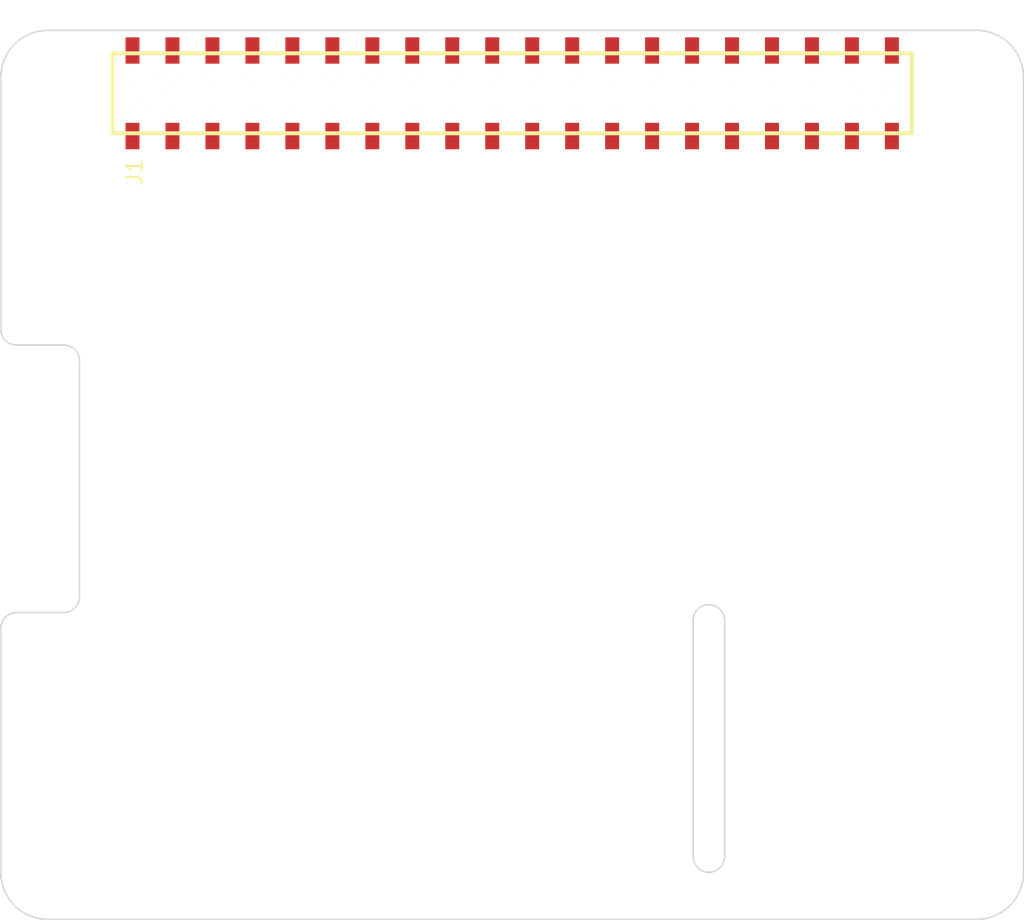
<source format=kicad_pcb>
(kicad_pcb (version 4) (host pcbnew 4.0.0-rc1-stable)

  (general
    (links 0)
    (no_connects 0)
    (area 76.149999 44.399999 141.250001 101.000001)
    (thickness 1.6)
    (drawings 20)
    (tracks 0)
    (zones 0)
    (modules 5)
    (nets 41)
  )

  (page A4)
  (layers
    (0 F.Cu signal)
    (31 B.Cu signal)
    (32 B.Adhes user)
    (33 F.Adhes user)
    (34 B.Paste user)
    (35 F.Paste user)
    (36 B.SilkS user)
    (37 F.SilkS user)
    (38 B.Mask user)
    (39 F.Mask user)
    (40 Dwgs.User user)
    (41 Cmts.User user)
    (42 Eco1.User user)
    (43 Eco2.User user)
    (44 Edge.Cuts user)
    (45 Margin user)
    (46 B.CrtYd user)
    (47 F.CrtYd user)
    (48 B.Fab user)
    (49 F.Fab user)
  )

  (setup
    (last_trace_width 0.25)
    (user_trace_width 0.01)
    (user_trace_width 0.02)
    (user_trace_width 0.05)
    (user_trace_width 0.1)
    (user_trace_width 0.2)
    (trace_clearance 0.2)
    (zone_clearance 0.508)
    (zone_45_only no)
    (trace_min 0.01)
    (segment_width 0.2)
    (edge_width 0.1)
    (via_size 0.6)
    (via_drill 0.4)
    (via_min_size 0.4)
    (via_min_drill 0.3)
    (uvia_size 0.3)
    (uvia_drill 0.1)
    (uvias_allowed no)
    (uvia_min_size 0.2)
    (uvia_min_drill 0.1)
    (pcb_text_width 0.3)
    (pcb_text_size 1.5 1.5)
    (mod_edge_width 0.15)
    (mod_text_size 1 1)
    (mod_text_width 0.15)
    (pad_size 2.75 2.75)
    (pad_drill 2.75)
    (pad_to_mask_clearance 0)
    (aux_axis_origin 0 0)
    (visible_elements 7FFEFFFF)
    (pcbplotparams
      (layerselection 0x00030_80000001)
      (usegerberextensions false)
      (excludeedgelayer true)
      (linewidth 0.100000)
      (plotframeref false)
      (viasonmask false)
      (mode 1)
      (useauxorigin false)
      (hpglpennumber 1)
      (hpglpenspeed 20)
      (hpglpendiameter 15)
      (hpglpenoverlay 2)
      (psnegative false)
      (psa4output false)
      (plotreference true)
      (plotvalue true)
      (plotinvisibletext false)
      (padsonsilk false)
      (subtractmaskfromsilk false)
      (outputformat 1)
      (mirror false)
      (drillshape 0)
      (scaleselection 1)
      (outputdirectory meta/))
  )

  (net 0 "")
  (net 1 "Net-(J1-Pad34)")
  (net 2 "Net-(J1-Pad36)")
  (net 3 "Net-(J1-Pad40)")
  (net 4 "Net-(J1-Pad38)")
  (net 5 "Net-(J1-Pad18)")
  (net 6 "Net-(J1-Pad20)")
  (net 7 "Net-(J1-Pad24)")
  (net 8 "Net-(J1-Pad22)")
  (net 9 "Net-(J1-Pad30)")
  (net 10 "Net-(J1-Pad32)")
  (net 11 "Net-(J1-Pad28)")
  (net 12 "Net-(J1-Pad26)")
  (net 13 "Net-(J1-Pad10)")
  (net 14 "Net-(J1-Pad12)")
  (net 15 "Net-(J1-Pad16)")
  (net 16 "Net-(J1-Pad14)")
  (net 17 "Net-(J1-Pad6)")
  (net 18 "Net-(J1-Pad8)")
  (net 19 "Net-(J1-Pad4)")
  (net 20 "Net-(J1-Pad2)")
  (net 21 "Net-(J1-Pad39)")
  (net 22 "Net-(J1-Pad37)")
  (net 23 "Net-(J1-Pad33)")
  (net 24 "Net-(J1-Pad35)")
  (net 25 "Net-(J1-Pad27)")
  (net 26 "Net-(J1-Pad25)")
  (net 27 "Net-(J1-Pad29)")
  (net 28 "Net-(J1-Pad31)")
  (net 29 "Net-(J1-Pad23)")
  (net 30 "Net-(J1-Pad21)")
  (net 31 "Net-(J1-Pad17)")
  (net 32 "Net-(J1-Pad19)")
  (net 33 "Net-(J1-Pad3)")
  (net 34 "Net-(J1-Pad1)")
  (net 35 "Net-(J1-Pad5)")
  (net 36 "Net-(J1-Pad7)")
  (net 37 "Net-(J1-Pad15)")
  (net 38 "Net-(J1-Pad13)")
  (net 39 "Net-(J1-Pad9)")
  (net 40 "Net-(J1-Pad11)")

  (net_class Default "This is the default net class."
    (clearance 0.2)
    (trace_width 0.25)
    (via_dia 0.6)
    (via_drill 0.4)
    (uvia_dia 0.3)
    (uvia_drill 0.1)
    (add_net "Net-(J1-Pad1)")
    (add_net "Net-(J1-Pad10)")
    (add_net "Net-(J1-Pad11)")
    (add_net "Net-(J1-Pad12)")
    (add_net "Net-(J1-Pad13)")
    (add_net "Net-(J1-Pad14)")
    (add_net "Net-(J1-Pad15)")
    (add_net "Net-(J1-Pad16)")
    (add_net "Net-(J1-Pad17)")
    (add_net "Net-(J1-Pad18)")
    (add_net "Net-(J1-Pad19)")
    (add_net "Net-(J1-Pad2)")
    (add_net "Net-(J1-Pad20)")
    (add_net "Net-(J1-Pad21)")
    (add_net "Net-(J1-Pad22)")
    (add_net "Net-(J1-Pad23)")
    (add_net "Net-(J1-Pad24)")
    (add_net "Net-(J1-Pad25)")
    (add_net "Net-(J1-Pad26)")
    (add_net "Net-(J1-Pad27)")
    (add_net "Net-(J1-Pad28)")
    (add_net "Net-(J1-Pad29)")
    (add_net "Net-(J1-Pad3)")
    (add_net "Net-(J1-Pad30)")
    (add_net "Net-(J1-Pad31)")
    (add_net "Net-(J1-Pad32)")
    (add_net "Net-(J1-Pad33)")
    (add_net "Net-(J1-Pad34)")
    (add_net "Net-(J1-Pad35)")
    (add_net "Net-(J1-Pad36)")
    (add_net "Net-(J1-Pad37)")
    (add_net "Net-(J1-Pad38)")
    (add_net "Net-(J1-Pad39)")
    (add_net "Net-(J1-Pad4)")
    (add_net "Net-(J1-Pad40)")
    (add_net "Net-(J1-Pad5)")
    (add_net "Net-(J1-Pad6)")
    (add_net "Net-(J1-Pad7)")
    (add_net "Net-(J1-Pad8)")
    (add_net "Net-(J1-Pad9)")
  )

  (module RPi_Hat:Samtec_HLE-120-02-XXX-DV-BE-XX-XX locked (layer F.Cu) (tedit 55198B5B) (tstamp 55174A29)
    (at 108.7 48.45 90)
    (path /5515D395/5515D39E)
    (fp_text reference J1 (at -5 -24 90) (layer F.SilkS)
      (effects (font (size 1 1) (thickness 0.15)))
    )
    (fp_text value RPi_GPIO (at 5.08 0 360) (layer F.Fab)
      (effects (font (size 1 1) (thickness 0.15)))
    )
    (fp_line (start 2.54 25.4) (end -2.54 25.4) (layer F.SilkS) (width 0.254))
    (fp_line (start -2.54 25.4) (end -2.54 -25.4) (layer F.SilkS) (width 0.254))
    (fp_line (start -2.54 -25.4) (end 2.54 -25.4) (layer F.SilkS) (width 0.254))
    (fp_line (start 2.54 -25.4) (end 2.54 25.4) (layer F.SilkS) (width 0.254))
    (pad 34 smd rect (at 2.7178 16.51 180) (size 0.889 1.6764) (layers F.Cu F.Paste F.Mask)
      (net 1 "Net-(J1-Pad34)"))
    (pad 36 smd rect (at 2.7178 19.05 180) (size 0.889 1.6764) (layers F.Cu F.Paste F.Mask)
      (net 2 "Net-(J1-Pad36)"))
    (pad 40 smd rect (at 2.7178 24.13 180) (size 0.889 1.6764) (layers F.Cu F.Paste F.Mask)
      (net 3 "Net-(J1-Pad40)"))
    (pad 38 smd rect (at 2.7178 21.59 180) (size 0.889 1.6764) (layers F.Cu F.Paste F.Mask)
      (net 4 "Net-(J1-Pad38)"))
    (pad 18 smd rect (at 2.7178 -3.81 180) (size 0.889 1.6764) (layers F.Cu F.Paste F.Mask)
      (net 5 "Net-(J1-Pad18)"))
    (pad 20 smd rect (at 2.7178 -1.27 180) (size 0.889 1.6764) (layers F.Cu F.Paste F.Mask)
      (net 6 "Net-(J1-Pad20)"))
    (pad 24 smd rect (at 2.7178 3.81 180) (size 0.889 1.6764) (layers F.Cu F.Paste F.Mask)
      (net 7 "Net-(J1-Pad24)"))
    (pad 22 smd rect (at 2.7178 1.27 180) (size 0.889 1.6764) (layers F.Cu F.Paste F.Mask)
      (net 8 "Net-(J1-Pad22)"))
    (pad 30 smd rect (at 2.7178 11.43 180) (size 0.889 1.6764) (layers F.Cu F.Paste F.Mask)
      (net 9 "Net-(J1-Pad30)"))
    (pad 32 smd rect (at 2.7178 13.97 180) (size 0.889 1.6764) (layers F.Cu F.Paste F.Mask)
      (net 10 "Net-(J1-Pad32)"))
    (pad 28 smd rect (at 2.7178 8.89 180) (size 0.889 1.6764) (layers F.Cu F.Paste F.Mask)
      (net 11 "Net-(J1-Pad28)"))
    (pad 26 smd rect (at 2.7178 6.35 180) (size 0.889 1.6764) (layers F.Cu F.Paste F.Mask)
      (net 12 "Net-(J1-Pad26)"))
    (pad 10 smd rect (at 2.7178 -13.97 180) (size 0.889 1.6764) (layers F.Cu F.Paste F.Mask)
      (net 13 "Net-(J1-Pad10)"))
    (pad 12 smd rect (at 2.7178 -11.43 180) (size 0.889 1.6764) (layers F.Cu F.Paste F.Mask)
      (net 14 "Net-(J1-Pad12)"))
    (pad 16 smd rect (at 2.7178 -6.35 180) (size 0.889 1.6764) (layers F.Cu F.Paste F.Mask)
      (net 15 "Net-(J1-Pad16)"))
    (pad 14 smd rect (at 2.7178 -8.89 180) (size 0.889 1.6764) (layers F.Cu F.Paste F.Mask)
      (net 16 "Net-(J1-Pad14)"))
    (pad 6 smd rect (at 2.7178 -19.05 180) (size 0.889 1.6764) (layers F.Cu F.Paste F.Mask)
      (net 17 "Net-(J1-Pad6)"))
    (pad 8 smd rect (at 2.7178 -16.51 180) (size 0.889 1.6764) (layers F.Cu F.Paste F.Mask)
      (net 18 "Net-(J1-Pad8)"))
    (pad 4 smd rect (at 2.7178 -21.59 180) (size 0.889 1.6764) (layers F.Cu F.Paste F.Mask)
      (net 19 "Net-(J1-Pad4)"))
    (pad 2 smd rect (at 2.7178 -24.13 180) (size 0.889 1.6764) (layers F.Cu F.Paste F.Mask)
      (net 20 "Net-(J1-Pad2)"))
    (pad 39 smd rect (at -2.7178 24.13 180) (size 0.889 1.6764) (layers F.Cu F.Paste F.Mask)
      (net 21 "Net-(J1-Pad39)"))
    (pad 37 smd rect (at -2.7178 21.59 180) (size 0.889 1.6764) (layers F.Cu F.Paste F.Mask)
      (net 22 "Net-(J1-Pad37)"))
    (pad 33 smd rect (at -2.7178 16.51 180) (size 0.889 1.6764) (layers F.Cu F.Paste F.Mask)
      (net 23 "Net-(J1-Pad33)"))
    (pad 35 smd rect (at -2.7178 19.05 180) (size 0.889 1.6764) (layers F.Cu F.Paste F.Mask)
      (net 24 "Net-(J1-Pad35)"))
    (pad 27 smd rect (at -2.7178 8.89 180) (size 0.889 1.6764) (layers F.Cu F.Paste F.Mask)
      (net 25 "Net-(J1-Pad27)"))
    (pad 25 smd rect (at -2.7178 6.35 180) (size 0.889 1.6764) (layers F.Cu F.Paste F.Mask)
      (net 26 "Net-(J1-Pad25)"))
    (pad 29 smd rect (at -2.7178 11.43 180) (size 0.889 1.6764) (layers F.Cu F.Paste F.Mask)
      (net 27 "Net-(J1-Pad29)"))
    (pad 31 smd rect (at -2.7178 13.97 180) (size 0.889 1.6764) (layers F.Cu F.Paste F.Mask)
      (net 28 "Net-(J1-Pad31)"))
    (pad 23 smd rect (at -2.7178 3.81 180) (size 0.889 1.6764) (layers F.Cu F.Paste F.Mask)
      (net 29 "Net-(J1-Pad23)"))
    (pad 21 smd rect (at -2.7178 1.27 180) (size 0.889 1.6764) (layers F.Cu F.Paste F.Mask)
      (net 30 "Net-(J1-Pad21)"))
    (pad 17 smd rect (at -2.7178 -3.81 180) (size 0.889 1.6764) (layers F.Cu F.Paste F.Mask)
      (net 31 "Net-(J1-Pad17)"))
    (pad 19 smd rect (at -2.7178 -1.27 180) (size 0.889 1.6764) (layers F.Cu F.Paste F.Mask)
      (net 32 "Net-(J1-Pad19)"))
    (pad 3 smd rect (at -2.7178 -21.59 180) (size 0.889 1.6764) (layers F.Cu F.Paste F.Mask)
      (net 33 "Net-(J1-Pad3)"))
    (pad 1 smd rect (at -2.7178 -24.13 180) (size 0.889 1.6764) (layers F.Cu F.Paste F.Mask)
      (net 34 "Net-(J1-Pad1)"))
    (pad 5 smd rect (at -2.7178 -19.05 180) (size 0.889 1.6764) (layers F.Cu F.Paste F.Mask)
      (net 35 "Net-(J1-Pad5)"))
    (pad 7 smd rect (at -2.7178 -16.51 180) (size 0.889 1.6764) (layers F.Cu F.Paste F.Mask)
      (net 36 "Net-(J1-Pad7)"))
    (pad 15 smd rect (at -2.7178 -6.35 180) (size 0.889 1.6764) (layers F.Cu F.Paste F.Mask)
      (net 37 "Net-(J1-Pad15)"))
    (pad 13 smd rect (at -2.7178 -8.89 180) (size 0.889 1.6764) (layers F.Cu F.Paste F.Mask)
      (net 38 "Net-(J1-Pad13)"))
    (pad "" np_thru_hole circle (at -1.27 3.81) (size 0.9652 0.9652) (drill 0.9652) (layers *.Cu *.Mask F.SilkS))
    (pad "" np_thru_hole circle (at -1.27 1.27) (size 0.9652 0.9652) (drill 0.9652) (layers *.Cu *.Mask F.SilkS))
    (pad "" np_thru_hole circle (at -1.27 6.35) (size 0.9652 0.9652) (drill 0.9652) (layers *.Cu *.Mask F.SilkS))
    (pad "" np_thru_hole circle (at -1.27 8.89) (size 0.9652 0.9652) (drill 0.9652) (layers *.Cu *.Mask F.SilkS))
    (pad "" np_thru_hole circle (at -1.27 19.05) (size 0.9652 0.9652) (drill 0.9652) (layers *.Cu *.Mask F.SilkS))
    (pad "" np_thru_hole circle (at -1.27 16.51) (size 0.9652 0.9652) (drill 0.9652) (layers *.Cu *.Mask F.SilkS))
    (pad "" np_thru_hole circle (at -1.27 11.43) (size 0.9652 0.9652) (drill 0.9652) (layers *.Cu *.Mask F.SilkS))
    (pad "" np_thru_hole circle (at -1.27 13.97) (size 0.9652 0.9652) (drill 0.9652) (layers *.Cu *.Mask F.SilkS))
    (pad "" np_thru_hole circle (at -1.27 21.59) (size 0.9652 0.9652) (drill 0.9652) (layers *.Cu *.Mask F.SilkS))
    (pad "" np_thru_hole circle (at -1.27 24.13) (size 0.9652 0.9652) (drill 0.9652) (layers *.Cu *.Mask F.SilkS))
    (pad "" np_thru_hole circle (at -1.27 -1.27) (size 0.9652 0.9652) (drill 0.9652) (layers *.Cu *.Mask F.SilkS))
    (pad "" np_thru_hole circle (at -1.27 -3.81) (size 0.9652 0.9652) (drill 0.9652) (layers *.Cu *.Mask F.SilkS))
    (pad "" np_thru_hole circle (at -1.27 -11.43) (size 0.9652 0.9652) (drill 0.9652) (layers *.Cu *.Mask F.SilkS))
    (pad "" np_thru_hole circle (at -1.27 -13.97) (size 0.9652 0.9652) (drill 0.9652) (layers *.Cu *.Mask F.SilkS))
    (pad "" np_thru_hole circle (at -1.27 -8.89) (size 0.9652 0.9652) (drill 0.9652) (layers *.Cu *.Mask F.SilkS))
    (pad "" np_thru_hole circle (at -1.27 -6.35) (size 0.9652 0.9652) (drill 0.9652) (layers *.Cu *.Mask F.SilkS))
    (pad "" np_thru_hole circle (at -1.27 -16.51) (size 0.9652 0.9652) (drill 0.9652) (layers *.Cu *.Mask F.SilkS))
    (pad "" np_thru_hole circle (at -1.27 -19.05) (size 0.9652 0.9652) (drill 0.9652) (layers *.Cu *.Mask F.SilkS))
    (pad "" np_thru_hole circle (at -1.27 -24.13) (size 0.9652 0.9652) (drill 0.9652) (layers *.Cu *.Mask F.SilkS))
    (pad "" np_thru_hole circle (at -1.27 -21.59) (size 0.9652 0.9652) (drill 0.9652) (layers *.Cu *.Mask F.SilkS))
    (pad "" np_thru_hole circle (at 1.27 -21.59) (size 0.9652 0.9652) (drill 0.9652) (layers *.Cu *.Mask F.SilkS))
    (pad "" np_thru_hole circle (at 1.27 -24.13) (size 0.9652 0.9652) (drill 0.9652) (layers *.Cu *.Mask F.SilkS))
    (pad "" np_thru_hole circle (at 1.27 -19.05) (size 0.9652 0.9652) (drill 0.9652) (layers *.Cu *.Mask F.SilkS))
    (pad "" np_thru_hole circle (at 1.27 -16.51) (size 0.9652 0.9652) (drill 0.9652) (layers *.Cu *.Mask F.SilkS))
    (pad "" np_thru_hole circle (at 1.27 -6.35) (size 0.9652 0.9652) (drill 0.9652) (layers *.Cu *.Mask F.SilkS))
    (pad "" np_thru_hole circle (at 1.27 -8.89) (size 0.9652 0.9652) (drill 0.9652) (layers *.Cu *.Mask F.SilkS))
    (pad "" np_thru_hole circle (at 1.27 -13.97) (size 0.9652 0.9652) (drill 0.9652) (layers *.Cu *.Mask F.SilkS))
    (pad "" np_thru_hole circle (at 1.27 -11.43) (size 0.9652 0.9652) (drill 0.9652) (layers *.Cu *.Mask F.SilkS))
    (pad "" np_thru_hole circle (at 1.27 -3.81) (size 0.9652 0.9652) (drill 0.9652) (layers *.Cu *.Mask F.SilkS))
    (pad "" np_thru_hole circle (at 1.27 -1.27) (size 0.9652 0.9652) (drill 0.9652) (layers *.Cu *.Mask F.SilkS))
    (pad "" np_thru_hole circle (at 1.27 24.13) (size 0.9652 0.9652) (drill 0.9652) (layers *.Cu *.Mask F.SilkS))
    (pad "" np_thru_hole circle (at 1.27 21.59) (size 0.9652 0.9652) (drill 0.9652) (layers *.Cu *.Mask F.SilkS))
    (pad "" np_thru_hole circle (at 1.27 13.97) (size 0.9652 0.9652) (drill 0.9652) (layers *.Cu *.Mask F.SilkS))
    (pad "" np_thru_hole circle (at 1.27 11.43) (size 0.9652 0.9652) (drill 0.9652) (layers *.Cu *.Mask F.SilkS))
    (pad "" np_thru_hole circle (at 1.27 16.51) (size 0.9652 0.9652) (drill 0.9652) (layers *.Cu *.Mask F.SilkS))
    (pad "" np_thru_hole circle (at 1.27 19.05) (size 0.9652 0.9652) (drill 0.9652) (layers *.Cu *.Mask F.SilkS))
    (pad "" np_thru_hole circle (at 1.27 8.89) (size 0.9652 0.9652) (drill 0.9652) (layers *.Cu *.Mask F.SilkS))
    (pad "" np_thru_hole circle (at 1.27 6.35) (size 0.9652 0.9652) (drill 0.9652) (layers *.Cu *.Mask F.SilkS))
    (pad "" np_thru_hole circle (at 1.27 1.27) (size 0.9652 0.9652) (drill 0.9652) (layers *.Cu *.Mask F.SilkS))
    (pad "" np_thru_hole circle (at 1.27 3.81) (size 0.9652 0.9652) (drill 0.9652) (layers *.Cu *.Mask F.SilkS))
    (pad 9 smd rect (at -2.7178 -13.97 180) (size 0.889 1.6764) (layers F.Cu F.Paste F.Mask)
      (net 39 "Net-(J1-Pad9)"))
    (pad 11 smd rect (at -2.7178 -11.43 180) (size 0.889 1.6764) (layers F.Cu F.Paste F.Mask)
      (net 40 "Net-(J1-Pad11)"))
    (pad "" np_thru_hole circle (at 0 -22.86) (size 1.778 1.778) (drill 1.778) (layers *.Cu *.Mask F.SilkS))
    (pad "" np_thru_hole circle (at 0 22.86) (size 1.778 1.778) (drill 1.778) (layers *.Cu *.Mask F.SilkS))
  )

  (module RPi_Hat:RPi_Hat_Mounting_Hole locked (layer F.Cu) (tedit 55217C7B) (tstamp 5515DEA9)
    (at 137.7 48.45)
    (descr "Mounting hole, Befestigungsbohrung, 2,7mm, No Annular, Kein Restring,")
    (tags "Mounting hole, Befestigungsbohrung, 2,7mm, No Annular, Kein Restring,")
    (fp_text reference "" (at 0 -4.0005) (layer F.SilkS) hide
      (effects (font (size 1 1) (thickness 0.15)))
    )
    (fp_text value "" (at 0.09906 3.59918) (layer F.Fab) hide
      (effects (font (size 1 1) (thickness 0.15)))
    )
    (fp_circle (center 0 0) (end 1.375 0) (layer F.Fab) (width 0.15))
    (fp_circle (center 0 0) (end 3.1 0) (layer F.Fab) (width 0.15))
    (fp_circle (center 0 0) (end 3.1 0) (layer B.Fab) (width 0.15))
    (fp_circle (center 0 0) (end 1.375 0) (layer B.Fab) (width 0.15))
    (fp_circle (center 0 0) (end 3.1 0) (layer F.CrtYd) (width 0.15))
    (fp_circle (center 0 0) (end 3.1 0) (layer B.CrtYd) (width 0.15))
    (pad "" np_thru_hole circle (at 0 0) (size 2.75 2.75) (drill 2.75) (layers *.Cu *.Mask)
      (solder_mask_margin 1.725) (clearance 1.725))
  )

  (module RPi_Hat:RPi_Hat_Mounting_Hole locked (layer F.Cu) (tedit 55217CCB) (tstamp 55169DC9)
    (at 137.7 97.45)
    (descr "Mounting hole, Befestigungsbohrung, 2,7mm, No Annular, Kein Restring,")
    (tags "Mounting hole, Befestigungsbohrung, 2,7mm, No Annular, Kein Restring,")
    (fp_text reference "" (at 0 -4.0005) (layer F.SilkS) hide
      (effects (font (size 1 1) (thickness 0.15)))
    )
    (fp_text value "" (at 0.09906 3.59918) (layer F.Fab) hide
      (effects (font (size 1 1) (thickness 0.15)))
    )
    (fp_circle (center 0 0) (end 1.375 0) (layer F.Fab) (width 0.15))
    (fp_circle (center 0 0) (end 3.1 0) (layer F.Fab) (width 0.15))
    (fp_circle (center 0 0) (end 3.1 0) (layer B.Fab) (width 0.15))
    (fp_circle (center 0 0) (end 1.375 0) (layer B.Fab) (width 0.15))
    (fp_circle (center 0 0) (end 3.1 0) (layer F.CrtYd) (width 0.15))
    (fp_circle (center 0 0) (end 3.1 0) (layer B.CrtYd) (width 0.15))
    (pad "" np_thru_hole circle (at 0 0) (size 2.75 2.75) (drill 2.75) (layers *.Cu *.Mask)
      (solder_mask_margin 1.725) (clearance 1.725))
  )

  (module RPi_Hat:RPi_Hat_Mounting_Hole locked (layer F.Cu) (tedit 55217CB9) (tstamp 5515DECC)
    (at 79.7 97.45)
    (descr "Mounting hole, Befestigungsbohrung, 2,7mm, No Annular, Kein Restring,")
    (tags "Mounting hole, Befestigungsbohrung, 2,7mm, No Annular, Kein Restring,")
    (fp_text reference "" (at 0 -4.0005) (layer F.SilkS) hide
      (effects (font (size 1 1) (thickness 0.15)))
    )
    (fp_text value "" (at 0.09906 3.59918) (layer F.Fab) hide
      (effects (font (size 1 1) (thickness 0.15)))
    )
    (fp_circle (center 0 0) (end 1.375 0) (layer F.Fab) (width 0.15))
    (fp_circle (center 0 0) (end 3.1 0) (layer F.Fab) (width 0.15))
    (fp_circle (center 0 0) (end 3.1 0) (layer B.Fab) (width 0.15))
    (fp_circle (center 0 0) (end 1.375 0) (layer B.Fab) (width 0.15))
    (fp_circle (center 0 0) (end 3.1 0) (layer F.CrtYd) (width 0.15))
    (fp_circle (center 0 0) (end 3.1 0) (layer B.CrtYd) (width 0.15))
    (pad "" np_thru_hole circle (at 0 0) (size 2.75 2.75) (drill 2.75) (layers *.Cu *.Mask)
      (solder_mask_margin 1.725) (clearance 1.725))
  )

  (module RPi_Hat:RPi_Hat_Mounting_Hole locked (layer F.Cu) (tedit 55217CA2) (tstamp 5515DEBF)
    (at 79.7 48.45)
    (descr "Mounting hole, Befestigungsbohrung, 2,7mm, No Annular, Kein Restring,")
    (tags "Mounting hole, Befestigungsbohrung, 2,7mm, No Annular, Kein Restring,")
    (fp_text reference "" (at 0 -4.0005) (layer F.SilkS) hide
      (effects (font (size 1 1) (thickness 0.15)))
    )
    (fp_text value "" (at 0.09906 3.59918) (layer F.Fab) hide
      (effects (font (size 1 1) (thickness 0.15)))
    )
    (fp_circle (center 0 0) (end 1.375 0) (layer F.Fab) (width 0.15))
    (fp_circle (center 0 0) (end 3.1 0) (layer F.Fab) (width 0.15))
    (fp_circle (center 0 0) (end 3.1 0) (layer B.Fab) (width 0.15))
    (fp_circle (center 0 0) (end 1.375 0) (layer B.Fab) (width 0.15))
    (fp_circle (center 0 0) (end 3.1 0) (layer F.CrtYd) (width 0.15))
    (fp_circle (center 0 0) (end 3.1 0) (layer B.CrtYd) (width 0.15))
    (pad "" np_thru_hole circle (at 0 0) (size 2.75 2.75) (drill 2.75) (layers *.Cu *.Mask)
      (solder_mask_margin 1.725) (clearance 1.725))
  )

  (gr_arc (start 121.2 96.95) (end 120.2 96.95) (angle -180) (layer Edge.Cuts) (width 0.1) (tstamp 5515DF03))
  (gr_arc (start 121.2 81.95) (end 120.2 81.95) (angle 180) (layer Edge.Cuts) (width 0.1))
  (gr_line (start 122.2 81.95) (end 122.2 96.95) (angle 90) (layer Edge.Cuts) (width 0.1) (tstamp 5515DEFA))
  (gr_line (start 120.2 81.95) (end 120.2 96.95) (angle 90) (layer Edge.Cuts) (width 0.1))
  (gr_arc (start 77.2 82.45) (end 76.2 82.45) (angle 90) (layer Edge.Cuts) (width 0.1) (tstamp 5515814F))
  (gr_arc (start 80.2 80.45) (end 81.2 80.45) (angle 90) (layer Edge.Cuts) (width 0.1) (tstamp 5515812E))
  (gr_arc (start 80.2 65.45) (end 80.2 64.45) (angle 90) (layer Edge.Cuts) (width 0.1) (tstamp 5515810E))
  (gr_arc (start 77.2 63.45) (end 77.2 64.45) (angle 90) (layer Edge.Cuts) (width 0.1) (tstamp 55158090))
  (gr_arc (start 138.2 97.95) (end 141.2 97.95) (angle 90) (layer Edge.Cuts) (width 0.1) (tstamp 55157FFB))
  (gr_arc (start 79.2 97.95) (end 79.2 100.95) (angle 90) (layer Edge.Cuts) (width 0.1) (tstamp 55157FCE))
  (gr_arc (start 79.2 47.45) (end 76.2 47.45) (angle 90) (layer Edge.Cuts) (width 0.1) (tstamp 55157F8A))
  (gr_arc (start 138.2 47.45) (end 138.2 44.45) (angle 90) (layer Edge.Cuts) (width 0.1) (tstamp 55157F2C))
  (gr_line (start 76.2 82.45) (end 76.2 97.95) (layer Edge.Cuts) (width 0.1))
  (gr_line (start 76.2 47.45) (end 76.2 63.45) (layer Edge.Cuts) (width 0.1))
  (gr_line (start 77.2 81.45) (end 80.2 81.45) (layer Edge.Cuts) (width 0.1))
  (gr_line (start 77.2 64.45) (end 80.2 64.45) (layer Edge.Cuts) (width 0.1))
  (gr_line (start 81.2 65.45) (end 81.2 80.45) (layer Edge.Cuts) (width 0.1))
  (gr_line (start 79.2 100.95) (end 138.2 100.95) (angle 90) (layer Edge.Cuts) (width 0.1))
  (gr_line (start 141.2 47.45) (end 141.2 97.95) (angle 90) (layer Edge.Cuts) (width 0.1))
  (gr_line (start 79.2 44.45) (end 138.2 44.45) (angle 90) (layer Edge.Cuts) (width 0.1))

)

</source>
